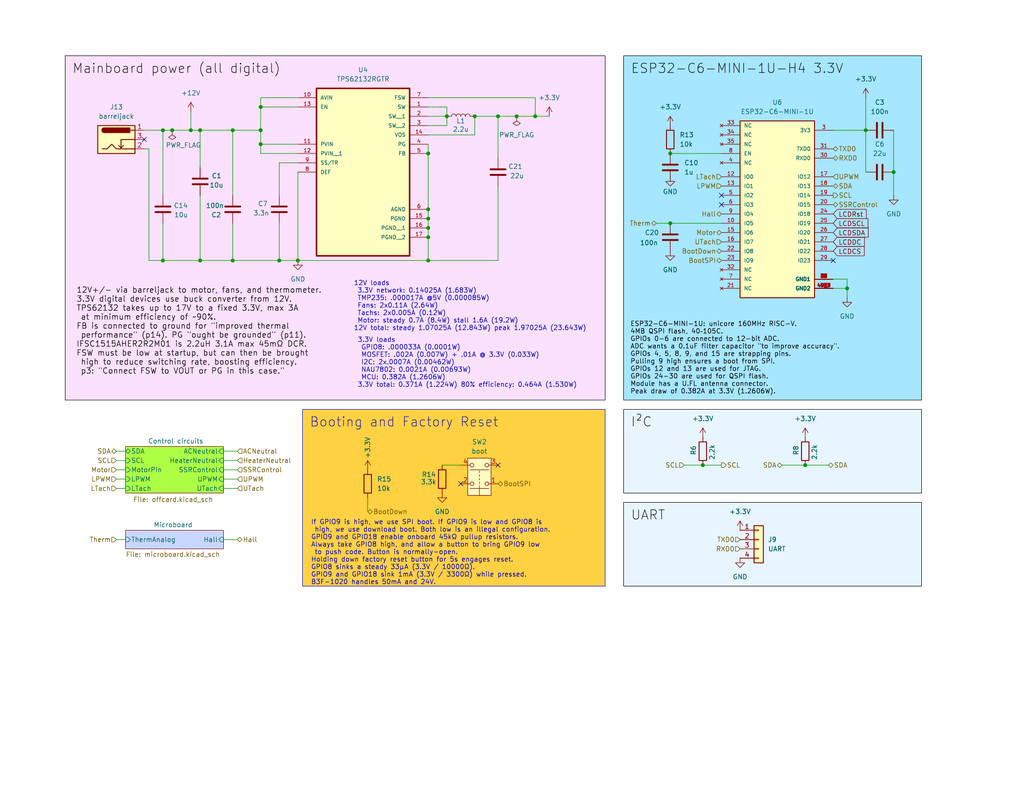
<source format=kicad_sch>
(kicad_sch (version 20250114) (generator "eeschema") (generator_version "9.0")
  (paper "USLetter")
  (title_block (title "dankdryer") (date "2025-03-26") (rev "2.1.1") (company "dirty south supercomputing") (comment 1 "nick black"))
  (lib_symbols
    (symbol "Connector:Barrel_Jack_Switch" (pin_names (hide yes))
      (property "Reference" "J" (at 0 5.334 0))
      (property "Value" "Barrel_Jack_Switch" (at 0 -5.08 0))
      (symbol "Barrel_Jack_Switch_0_1"
        (rectangle (start -5.08 3.81) (end 5.08 -3.81) (stroke (width 0.254)) (fill (type background)))
        (polyline (pts (xy -3.81 -2.54) (xy -2.54 -2.54) (xy -1.27 -1.27) (xy 0 -2.54) (xy 2.54 -2.54) (xy 5.08 -2.54)) (stroke (width 0.254)))
        (arc (start -3.302 1.905) (mid -3.9343 2.54) (end -3.302 3.175) (stroke (width 0.254)))
        (arc (start -3.302 1.905) (mid -3.9343 2.54) (end -3.302 3.175) (stroke (width 0.254)) (fill (type outline)))
        (polyline (pts (xy 1.27 -2.286) (xy 1.905 -1.651)) (stroke (width 0.254)))
        (rectangle (start 3.683 3.175) (end -3.302 1.905) (stroke (width 0.254)) (fill (type outline)))
        (polyline (pts (xy 5.08 2.54) (xy 3.81 2.54)) (stroke (width 0.254)))
        (polyline (pts (xy 5.08 0) (xy 1.27 0) (xy 1.27 -2.286) (xy 0.635 -1.651)) (stroke (width 0.254)))
      )
      (symbol "Barrel_Jack_Switch_1_1"
        (pin passive line (at 7.62 2.54 180) (length 2.54) (name "~") (number "1"))
        (pin passive line (at 7.62 0 180) (length 2.54) (name "~") (number "3"))
        (pin passive line (at 7.62 -2.54 180) (length 2.54) (name "~") (number "2"))
      )
    )
    (symbol "Connector_Generic:Conn_01x04" (pin_names (offset 1.016) (hide yes))
      (property "Reference" "J" (at 0 5.08 0))
      (property "Value" "Conn_01x04" (at 0 -7.62 0))
      (symbol "Conn_01x04_1_1"
        (rectangle (start -1.27 3.81) (end 1.27 -6.35) (stroke (width 0.254)) (fill (type background)))
        (rectangle (start -1.27 2.667) (end 0 2.413) (stroke (width 0.1524)))
        (rectangle (start -1.27 0.127) (end 0 -0.127) (stroke (width 0.1524)))
        (rectangle (start -1.27 -2.413) (end 0 -2.667) (stroke (width 0.1524)))
        (rectangle (start -1.27 -4.953) (end 0 -5.207) (stroke (width 0.1524)))
        (pin passive line (at -5.08 2.54 0) (length 3.81) (name "Pin_1") (number "1"))
        (pin passive line (at -5.08 0 0) (length 3.81) (name "Pin_2") (number "2"))
        (pin passive line (at -5.08 -2.54 0) (length 3.81) (name "Pin_3") (number "3"))
        (pin passive line (at -5.08 -5.08 0) (length 3.81) (name "Pin_4") (number "4"))
      )
    )
    (symbol "Device:C" (pin_numbers (hide yes)) (pin_names (offset 0.254))
      (property "Reference" "C" (at 0.635 2.54 0))
      (property "Value" "C" (at 0.635 -2.54 0))
      (symbol "C_0_1"
        (polyline (pts (xy -2.032 0.762) (xy 2.032 0.762)) (stroke (width 0.508)))
        (polyline (pts (xy -2.032 -0.762) (xy 2.032 -0.762)) (stroke (width 0.508)))
      )
      (symbol "C_1_1"
        (pin passive line (at 0 3.81 270) (length 2.794) (name "~") (number "1"))
        (pin passive line (at 0 -3.81 90) (length 2.794) (name "~") (number "2"))
      )
    )
    (symbol "Device:L" (pin_numbers (hide yes)) (pin_names (offset 1.016) (hide yes))
      (property "Reference" "L" (at -1.27 0 90))
      (property "Value" "L" (at 1.905 0 90))
      (symbol "L_0_1"
        (arc (start 0 2.54) (mid 0.6323 1.905) (end 0 1.27))
        (arc (start 0 1.27) (mid 0.6323 0.635) (end 0 0))
        (arc (start 0 0) (mid 0.6323 -0.635) (end 0 -1.27))
        (arc (start 0 -1.27) (mid 0.6323 -1.905) (end 0 -2.54))
      )
      (symbol "L_1_1"
        (pin passive line (at 0 3.81 270) (length 1.27) (name "1") (number "1"))
        (pin passive line (at 0 -3.81 90) (length 1.27) (name "2") (number "2"))
      )
    )
    (symbol "Device:R" (pin_numbers (hide yes)) (pin_names (offset 0))
      (property "Reference" "R" (at 2.032 0 90))
      (property "Value" "R" (at 0 0 90))
      (symbol "R_0_1"
        (rectangle (start -1.016 -2.54) (end 1.016 2.54) (stroke (width 0.254)))
      )
      (symbol "R_1_1"
        (pin passive line (at 0 3.81 270) (length 1.27) (name "~") (number "1"))
        (pin passive line (at 0 -3.81 90) (length 1.27) (name "~") (number "2"))
      )
    )
    (symbol "Switch:SW_Push_Dual" (pin_names (offset 1.016) (hide yes))
      (property "Reference" "SW" (at 0 7.62 0))
      (property "Value" "SW_Push_Dual" (at 0 -6.35 0))
      (symbol "SW_Push_Dual_0_1"
        (circle (center -2.032 2.54) (radius 0.508))
        (circle (center -2.032 -2.54) (radius 0.508))
        (polyline (pts (xy 0 3.81) (xy 0 5.588)))
        (polyline (pts (xy 0 3.048) (xy 0 3.556)))
        (polyline (pts (xy 0 2.032) (xy 0 2.54)))
        (polyline (pts (xy 0 1.016) (xy 0 1.524)))
        (polyline (pts (xy 0 0.508) (xy 0 0)))
        (polyline (pts (xy 0 -0.508) (xy 0 -1.016)))
        (circle (center 2.032 2.54) (radius 0.508))
        (circle (center 2.032 -2.54) (radius 0.508))
        (polyline (pts (xy 2.54 3.81) (xy -2.54 3.81)))
        (polyline (pts (xy 2.54 -1.27) (xy -2.54 -1.27)))
        (pin passive line (at -5.08 2.54 0) (length 2.54) (name "1") (number "1"))
        (pin passive line (at -5.08 -2.54 0) (length 2.54) (name "3") (number "3"))
        (pin passive line (at 5.08 2.54 180) (length 2.54) (name "2") (number "2"))
        (pin passive line (at 5.08 -2.54 180) (length 2.54) (name "4") (number "4"))
      )
      (symbol "SW_Push_Dual_1_1"
        (rectangle (start -3.175 5.715) (end 3.175 -4.445) (fill (type background)))
      )
    )
    (symbol "dank:ESP32-C6-MINI-1U-H4" (pin_names (offset 1.016))
      (property "Reference" "U6" (at 0 27.94 0))
      (property "Value" "ESP32-C6-MINI-1U" (at 0 25.4 0))
      (symbol "ESP32-C6-MINI-1U-H4_0_0"
        (rectangle (start -10.16 -25.4) (end 10.16 22.86) (stroke (width 0.254)) (fill (type background)))
        (pin no_connect line (at -15.24 21.59 0) (length 5.08) (name "NC") (number "33"))
        (pin no_connect line (at -15.24 19.05 0) (length 5.08) (name "NC") (number "34"))
        (pin no_connect line (at -15.24 16.51 0) (length 5.08) (name "NC") (number "35"))
        (pin input line (at -15.24 13.97 0) (length 5.08) (name "EN") (number "8"))
        (pin no_connect line (at -15.24 11.43 0) (length 5.08) (name "NC") (number "4"))
        (pin bidirectional line (at -15.24 7.62 0) (length 5.08) (name "IO0") (number "12"))
        (pin bidirectional line (at -15.24 5.08 0) (length 5.08) (name "IO1") (number "13"))
        (pin bidirectional line (at -15.24 2.54 0) (length 5.08) (name "IO2") (number "5"))
        (pin bidirectional line (at -15.24 0 0) (length 5.08) (name "IO3") (number "6"))
        (pin bidirectional line (at -15.24 -2.54 0) (length 5.08) (name "IO4") (number "9"))
        (pin bidirectional line (at -15.24 -5.08 0) (length 5.08) (name "IO5") (number "10"))
        (pin bidirectional line (at -15.24 -7.62 0) (length 5.08) (name "IO6") (number "15"))
        (pin bidirectional line (at -15.24 -10.16 0) (length 5.08) (name "IO7") (number "16"))
        (pin bidirectional line (at -15.24 -12.7 0) (length 5.08) (name "IO8") (number "22"))
        (pin bidirectional line (at -15.24 -15.24 0) (length 5.08) (name "IO9") (number "23"))
        (pin no_connect line (at -15.24 -17.78 0) (length 5.08) (name "NC") (number "32"))
        (pin no_connect line (at -15.24 -20.32 0) (length 5.08) (name "NC") (number "7"))
        (pin no_connect line (at -15.24 -22.86 0) (length 5.08) (name "NC") (number "21"))
        (pin power_in line (at 15.24 20.32 180) (length 5.08) (name "3V3") (number "3"))
        (pin bidirectional line (at 15.24 15.24 180) (length 5.08) (name "TXD0") (number "31"))
        (pin bidirectional line (at 15.24 12.7 180) (length 5.08) (name "RXD0") (number "30"))
        (pin bidirectional line (at 15.24 7.62 180) (length 5.08) (name "IO12") (number "17"))
        (pin bidirectional line (at 15.24 5.08 180) (length 5.08) (name "IO13") (number "18"))
        (pin bidirectional line (at 15.24 2.54 180) (length 5.08) (name "IO14") (number "19"))
        (pin bidirectional line (at 15.24 0 180) (length 5.08) (name "IO15") (number "20"))
        (pin bidirectional line (at 15.24 -2.54 180) (length 5.08) (name "IO18") (number "24"))
        (pin bidirectional line (at 15.24 -5.08 180) (length 5.08) (name "IO19") (number "25"))
        (pin bidirectional line (at 15.24 -7.62 180) (length 5.08) (name "IO20") (number "26"))
        (pin bidirectional line (at 15.24 -10.16 180) (length 5.08) (name "IO21") (number "27"))
        (pin bidirectional line (at 15.24 -12.7 180) (length 5.08) (name "IO22") (number "28"))
        (pin bidirectional line (at 15.24 -15.24 180) (length 5.08) (name "IO23") (number "29"))
        (pin power_in line (at 15.24 -20.32 180) (length 5.08) (name "GND1") (number "1"))
        (pin power_in line (at 15.24 -20.32 180) (length 5.08) (name "GND1") (number "11"))
        (pin power_in line (at 15.24 -20.32 180) (length 5.08) (name "GND1") (number "14"))
        (pin power_in line (at 15.24 -20.32 180) (length 5.08) (name "GND1") (number "2"))
        (pin power_in line (at 15.24 -20.32 180) (length 5.08) (name "GND1") (number "36"))
        (pin power_in line (at 15.24 -20.32 180) (length 5.08) (name "GND1") (number "37"))
        (pin power_in line (at 15.24 -20.32 180) (length 5.08) (name "GND1") (number "38"))
        (pin power_in line (at 15.24 -20.32 180) (length 5.08) (name "GND1") (number "39"))
        (pin power_in line (at 15.24 -20.32 180) (length 5.08) (name "GND1") (number "40"))
        (pin power_in line (at 15.24 -20.32 180) (length 5.08) (name "GND1") (number "41"))
        (pin power_in line (at 15.24 -20.32 180) (length 5.08) (name "GND1") (number "42"))
        (pin power_in line (at 15.24 -20.32 180) (length 5.08) (name "GND1") (number "43"))
        (pin power_in line (at 15.24 -20.32 180) (length 5.08) (name "GND1") (number "44"))
        (pin power_in line (at 15.24 -20.32 180) (length 5.08) (name "GND1") (number "45"))
        (pin power_in line (at 15.24 -20.32 180) (length 5.08) (name "GND1") (number "46"))
        (pin power_in line (at 15.24 -22.86 180) (length 5.08) (name "GND2") (number "47"))
        (pin power_in line (at 15.24 -22.86 180) (length 5.08) (name "GND2") (number "48"))
        (pin power_in line (at 15.24 -22.86 180) (length 5.08) (name "GND2") (number "49_1"))
        (pin power_in line (at 15.24 -22.86 180) (length 5.08) (name "GND2") (number "49_2"))
        (pin power_in line (at 15.24 -22.86 180) (length 5.08) (name "GND2") (number "49_3"))
        (pin power_in line (at 15.24 -22.86 180) (length 5.08) (name "GND2") (number "49_4"))
        (pin power_in line (at 15.24 -22.86 180) (length 5.08) (name "GND2") (number "49_5"))
        (pin power_in line (at 15.24 -22.86 180) (length 5.08) (name "GND2") (number "49_6"))
        (pin power_in line (at 15.24 -22.86 180) (length 5.08) (name "GND2") (number "49_7"))
        (pin power_in line (at 15.24 -22.86 180) (length 5.08) (name "GND2") (number "49_8"))
        (pin power_in line (at 15.24 -22.86 180) (length 5.08) (name "GND2") (number "49_9"))
        (pin power_in line (at 15.24 -22.86 180) (length 5.08) (name "GND2") (number "50"))
        (pin power_in line (at 15.24 -22.86 180) (length 5.08) (name "GND2") (number "51"))
        (pin power_in line (at 15.24 -22.86 180) (length 5.08) (name "GND2") (number "52"))
        (pin power_in line (at 15.24 -22.86 180) (length 5.08) (name "GND2") (number "53"))
      )
    )
    (symbol "dank:TPS62132RGTR" (pin_names (offset 1.016))
      (property "Reference" "U4" (at 0 22.86 0))
      (property "Value" "TPS62132RGTR" (at 0 20.32 0))
      (symbol "TPS62132RGTR_0_0"
        (rectangle (start -12.7 17.78) (end 12.7 -27.94) (stroke (width 0.41)) (fill (type background)))
        (pin input line (at -17.78 15.24 0) (length 5.08) (name "AVIN") (number "10"))
        (pin input line (at -17.78 12.7 0) (length 5.08) (name "EN") (number "13"))
        (pin input line (at -17.78 2.54 0) (length 5.08) (name "PVIN") (number "11"))
        (pin input line (at -17.78 0 0) (length 5.08) (name "PVIN__1") (number "12"))
        (pin input line (at -17.78 -2.54 0) (length 5.08) (name "SS/TR") (number "9"))
        (pin input line (at -17.78 -5.08 0) (length 5.08) (name "DEF") (number "8"))
        (pin input line (at 17.78 15.24 180) (length 5.08) (name "FSW") (number "7"))
        (pin output line (at 17.78 12.7 180) (length 5.08) (name "SW") (number "1"))
        (pin passive line (at 17.78 10.16 180) (length 5.08) (name "SW__1") (number "2"))
        (pin passive line (at 17.78 7.62 180) (length 5.08) (name "SW__2") (number "3"))
        (pin input line (at 17.78 5.08 180) (length 5.08) (name "VOS") (number "14"))
        (pin passive line (at 17.78 2.54 180) (length 5.08) (name "PG") (number "4"))
        (pin input line (at 17.78 0 180) (length 5.08) (name "FB") (number "5"))
        (pin power_in line (at 17.78 -15.24 180) (length 5.08) (name "AGND") (number "6"))
        (pin power_in line (at 17.78 -17.78 180) (length 5.08) (name "PGND") (number "15"))
        (pin power_in line (at 17.78 -20.32 180) (length 5.08) (name "PGND__1") (number "16"))
        (pin power_in line (at 17.78 -22.86 180) (length 5.08) (name "PGND__2") (number "17"))
      )
    )
    (symbol "power:+12V" (power) (pin_numbers (hide yes)) (pin_names (offset 0) (hide yes))
      (property "Value" "+12V" (at 0 3.556 0))
      (symbol "+12V_0_1"
        (polyline (pts (xy -0.762 1.27) (xy 0 2.54)))
        (polyline (pts (xy 0 2.54) (xy 0.762 1.27)))
        (polyline (pts (xy 0 0) (xy 0 2.54)))
      )
      (symbol "+12V_1_1"
        (pin power_in line (at 0 0 90) (length 0) (name "~") (number "1"))
      )
    )
    (symbol "power:+3.3V" (power) (pin_numbers (hide yes)) (pin_names (offset 0) (hide yes))
      (property "Value" "+3.3V" (at 0 3.556 0))
      (symbol "+3.3V_0_1"
        (polyline (pts (xy -0.762 1.27) (xy 0 2.54)))
        (polyline (pts (xy 0 2.54) (xy 0.762 1.27)))
        (polyline (pts (xy 0 0) (xy 0 2.54)))
      )
      (symbol "+3.3V_1_1"
        (pin power_in line (at 0 0 90) (length 0) (name "~") (number "1"))
      )
    )
    (symbol "power:GND" (power) (pin_numbers (hide yes)) (pin_names (offset 0) (hide yes))
      (property "Value" "GND" (at 0 -3.81 0))
      (symbol "GND_0_1"
        (polyline (pts (xy 0 0) (xy 0 -1.27) (xy 1.27 -1.27) (xy 0 -2.54) (xy -1.27 -1.27) (xy 0 -1.27)))
      )
      (symbol "GND_1_1"
        (pin power_in line (at 0 0 270) (length 0) (name "~") (number "1"))
      )
    )
    (symbol "power:PWR_FLAG" (power) (pin_numbers (hide yes)) (pin_names (offset 0) (hide yes))
      (property "Value" "PWR_FLAG" (at 0 3.81 0))
      (symbol "PWR_FLAG_0_0"
        (pin power_out line (at 0 0 90) (length 0) (name "~") (number "1"))
      )
      (symbol "PWR_FLAG_0_1"
        (polyline (pts (xy 0 0) (xy 0 1.27) (xy -1.016 1.905) (xy 0 2.54) (xy 1.016 1.905) (xy 0 1.27)))
      )
    )
  )
  (text "3.3V loads\n GPIO8: .000033A (0.0001W)\n MOSFET: .002A (0.007W) + .01A @ 3.3V (0.033W)\n I2C: 2x.0007A (0.00462W)\n NAU7802: 0.0021A (0.00693W)\n MCU: 0.382A (1.2606W)\n3.3V total: 0.371A (1.224W) 80% efficiency: 0.464A (1.530W)" (at 97.536 99.06 0) (effects (font (size 1.27 1.27)) (justify left)))
  (text "If GPIO9 is high, we use SPI boot. If GPIO9 is low and GPIO8 is\n high, we use download boot. Both low is an illegal configuration.\nGPIO9 and GPIO18 enable onboard 45kΩ pullup resistors.\nAlways take GPIO8 high, and allow a button to bring GPIO9 low\n to push code. Button is normally-open.\nHolding down factory reset button for 5s engages reset.\nGPIO8 sinks a steady 33μA (3.3V / 10000Ω).\nGPIO9 and GPIO18 sink 1mA (3.3V / 3300Ω) while pressed.\nB3F-1020 handles 50mA and 24V." (at 84.836 150.876 0) (effects (font (size 1.27 1.27)) (justify left)))
  (text "ESP32-C6-MINI-1U: unicore 160MHz RISC-V.\n4MB QSPI flash, 40–105C.\nGPIOs 0-6 are connected to 12-bit ADC.\nADC wants a 0.1uF filter capacitor \"to improve accuracy\".\nGPIOs 4, 5, 8, 9, and 15 are strapping pins.\nPulling 9 high ensures a boot from SPI.\nGPIOs 12 and 13 are used for JTAG.\nGPIOs 24-30 are used for QSPI flash.\nModule has a U.FL antenna connector.\nPeak draw of 0.382A at 3.3V (1.2606W)." (at 171.958 97.79 0) (effects (font (size 1.27 1.27)) (justify left)))
  (text "12V loads\n 3.3V network: 0.14025A (1.683W)\n TMP235: .000017A @5V (0.000085W)\n Fans: 2x0.11A (2.64W)\n Tachs: 2x0.005A (0.12W)\n Motor: steady 0.7A (8.4W) stall 1.6A (19.2W)\n12V total: steady 1.07025A (12.843W) peak 1.97025A (23.643W)" (at 96.52 83.566 0) (effects (font (size 1.27 1.27)) (justify left)))
  (text "12V+/- via barreljack to motor, fans, and thermometer.\n3.3V digital devices use buck converter from 12V.\nTPS62132 takes up to 17V to a fixed 3.3V, max 3A\n at minimum efficiency of ~90%.\nFB is connected to ground for \"improved thermal\n performance\" (p14). PG \"ought be grounded\" (p11).\nIFSC1515AHER2R2M01 is 2.2uH 3.1A max 45mΩ DCR.\nFSW must be low at startup, but can then be brought\n high to reduce switching rate, boosting efficiency.\n p3: \"Connect FSW to VOUT or PG in this case.\"" (at 20.828 90.424 0) (effects (font (size 1.524 1.524)) (justify left)))
  (text_box "UART" (at 170.18 137.16 0) (size 81.28 22.86) (margins 1.905 1.905 1.905 1.905) (stroke (width 0) (color 0 0 0 1)) (fill (type color) (color 231 245 255 1)) (effects (font (size 2.54 2.54)) (justify left top)))
  (text_box "ESP32-C6-MINI-1U-H4 3.3V" (at 170.18 15.24 0) (size 81.28 93.98) (margins 1.905 1.905 1.905 1.905) (stroke (width 0) (color 0 0 0 1)) (fill (type color) (color 167 230 255 1)) (effects (font (size 2.54 2.54)) (justify left top)))
  (text_box "I²C" (at 170.18 111.76 0) (size 81.28 22.86) (margins 1.905 1.905 1.905 1.905) (stroke (width 0) (color 0 0 0 1)) (fill (type color) (color 231 245 255 1)) (effects (font (size 2.54 2.54)) (justify left top)))
  (text_box "Booting and Factory Reset" (at 82.55 111.76 0) (size 82.55 48.26) (margins 1.905 1.905 1.905 1.905) (fill (type color) (color 255 209 67 1)) (effects (font (size 2.54 2.54)) (justify left top)))
  (text_box "Mainboard power (all digital)" (at 17.78 15.24 0) (size 147.32 93.98) (margins 1.905 1.905 1.905 1.905) (stroke (width 0) (color 0 0 0 1)) (fill (type color) (color 252 225 255 1)) (effects (font (size 2.54 2.54)) (justify left top)))
  (junction (at 52.07 35.56))
  (junction (at 44.45 71.12))
  (junction (at 116.84 64.77))
  (junction (at 231.14 78.74))
  (junction (at 54.61 71.12))
  (junction (at 140.97 31.75))
  (junction (at 129.54 31.75))
  (junction (at 44.45 35.56))
  (junction (at 71.12 35.56))
  (junction (at 182.88 60.96))
  (junction (at 81.28 71.12))
  (junction (at 71.12 29.21))
  (junction (at 135.89 31.75))
  (junction (at 116.84 57.15))
  (junction (at 116.84 59.69))
  (junction (at 236.22 35.56))
  (junction (at 243.84 46.99))
  (junction (at 63.5 35.56))
  (junction (at 146.05 31.75))
  (junction (at 191.77 127))
  (junction (at 121.92 31.75))
  (junction (at 76.2 71.12))
  (junction (at 116.84 62.23))
  (junction (at 71.12 39.37))
  (junction (at 116.84 41.91))
  (junction (at 63.5 71.12))
  (junction (at 116.84 71.12))
  (junction (at 54.61 35.56))
  (junction (at 182.88 41.91))
  (junction (at 219.71 127))
  (junction (at 46.99 35.56))
  (no_connect (at 196.85 55.88))
  (no_connect (at 135.89 127))
  (no_connect (at 227.33 71.12))
  (no_connect (at 39.37 38.1))
  (no_connect (at 196.85 53.34))
  (no_connect (at 125.73 132.08))
  (wire (pts (xy 81.28 71.12) (xy 116.84 71.12)))
  (wire (pts (xy 31.75 128.27) (xy 34.29 128.27)))
  (wire (pts (xy 76.2 60.96) (xy 76.2 71.12)))
  (wire (pts (xy 236.22 35.56) (xy 236.22 46.99)))
  (wire (pts (xy 54.61 71.12) (xy 63.5 71.12)))
  (wire (pts (xy 146.05 26.67) (xy 146.05 31.75)))
  (wire (pts (xy 44.45 60.96) (xy 44.45 71.12)))
  (wire (pts (xy 116.84 34.29) (xy 121.92 34.29)))
  (wire (pts (xy 54.61 53.34) (xy 54.61 71.12)))
  (wire (pts (xy 116.84 29.21) (xy 121.92 29.21)))
  (wire (pts (xy 100.33 135.89) (xy 100.33 139.7)))
  (wire (pts (xy 40.64 40.64) (xy 39.37 40.64)))
  (wire (pts (xy 44.45 71.12) (xy 54.61 71.12)))
  (wire (pts (xy 52.07 35.56) (xy 54.61 35.56)))
  (wire (pts (xy 219.71 127) (xy 226.06 127)))
  (wire (pts (xy 71.12 35.56) (xy 71.12 39.37)))
  (wire (pts (xy 243.84 35.56) (xy 243.84 46.99)))
  (wire (pts (xy 52.07 30.48) (xy 52.07 35.56)))
  (wire (pts (xy 182.88 60.96) (xy 196.85 60.96)))
  (wire (pts (xy 129.54 36.83) (xy 129.54 31.75)))
  (wire (pts (xy 191.77 127) (xy 196.85 127)))
  (wire (pts (xy 60.96 125.73) (xy 64.77 125.73)))
  (wire (pts (xy 81.28 26.67) (xy 71.12 26.67)))
  (wire (pts (xy 71.12 39.37) (xy 71.12 41.91)))
  (wire (pts (xy 76.2 44.45) (xy 81.28 44.45)))
  (wire (pts (xy 116.84 41.91) (xy 116.84 57.15)))
  (wire (pts (xy 54.61 35.56) (xy 54.61 45.72)))
  (wire (pts (xy 44.45 53.34) (xy 44.45 35.56)))
  (wire (pts (xy 135.89 31.75) (xy 135.89 43.18)))
  (wire (pts (xy 40.64 40.64) (xy 40.64 71.12)))
  (wire (pts (xy 140.97 31.75) (xy 146.05 31.75)))
  (wire (pts (xy 182.88 41.91) (xy 196.85 41.91)))
  (wire (pts (xy 81.28 41.91) (xy 71.12 41.91)))
  (wire (pts (xy 63.5 60.96) (xy 63.5 71.12)))
  (wire (pts (xy 71.12 26.67) (xy 71.12 29.21)))
  (wire (pts (xy 231.14 76.2) (xy 231.14 78.74)))
  (wire (pts (xy 39.37 35.56) (xy 44.45 35.56)))
  (wire (pts (xy 63.5 71.12) (xy 76.2 71.12)))
  (wire (pts (xy 186.69 127) (xy 191.77 127)))
  (wire (pts (xy 116.84 36.83) (xy 129.54 36.83)))
  (wire (pts (xy 71.12 29.21) (xy 81.28 29.21)))
  (wire (pts (xy 81.28 46.99) (xy 81.28 71.12)))
  (wire (pts (xy 135.89 31.75) (xy 140.97 31.75)))
  (wire (pts (xy 31.75 125.73) (xy 34.29 125.73)))
  (wire (pts (xy 135.89 50.8) (xy 135.89 71.12)))
  (wire (pts (xy 146.05 31.75) (xy 149.86 31.75)))
  (wire (pts (xy 81.28 39.37) (xy 71.12 39.37)))
  (wire (pts (xy 116.84 39.37) (xy 116.84 41.91)))
  (wire (pts (xy 31.75 147.32) (xy 34.29 147.32)))
  (wire (pts (xy 54.61 35.56) (xy 63.5 35.56)))
  (wire (pts (xy 179.07 60.96) (xy 182.88 60.96)))
  (wire (pts (xy 227.33 78.74) (xy 231.14 78.74)))
  (wire (pts (xy 116.84 62.23) (xy 116.84 64.77)))
  (wire (pts (xy 227.33 35.56) (xy 236.22 35.56)))
  (wire (pts (xy 31.75 130.81) (xy 34.29 130.81)))
  (wire (pts (xy 44.45 35.56) (xy 46.99 35.56)))
  (wire (pts (xy 116.84 26.67) (xy 146.05 26.67)))
  (wire (pts (xy 31.75 123.19) (xy 34.29 123.19)))
  (wire (pts (xy 231.14 78.74) (xy 231.14 81.28)))
  (wire (pts (xy 116.84 57.15) (xy 116.84 59.69)))
  (wire (pts (xy 34.29 133.35) (xy 31.75 133.35)))
  (wire (pts (xy 116.84 71.12) (xy 116.84 64.77)))
  (wire (pts (xy 60.96 123.19) (xy 64.77 123.19)))
  (wire (pts (xy 121.92 29.21) (xy 121.92 31.75)))
  (wire (pts (xy 60.96 133.35) (xy 64.77 133.35)))
  (wire (pts (xy 76.2 53.34) (xy 76.2 44.45)))
  (wire (pts (xy 116.84 31.75) (xy 121.92 31.75)))
  (wire (pts (xy 236.22 26.67) (xy 236.22 35.56)))
  (wire (pts (xy 60.96 147.32) (xy 64.77 147.32)))
  (wire (pts (xy 227.33 76.2) (xy 231.14 76.2)))
  (wire (pts (xy 129.54 31.75) (xy 135.89 31.75)))
  (wire (pts (xy 64.77 128.27) (xy 60.96 128.27)))
  (wire (pts (xy 120.65 127) (xy 125.73 127)))
  (wire (pts (xy 213.36 127) (xy 219.71 127)))
  (wire (pts (xy 243.84 46.99) (xy 243.84 53.34)))
  (wire (pts (xy 76.2 71.12) (xy 81.28 71.12)))
  (wire (pts (xy 63.5 35.56) (xy 71.12 35.56)))
  (wire (pts (xy 40.64 71.12) (xy 44.45 71.12)))
  (wire (pts (xy 71.12 29.21) (xy 71.12 35.56)))
  (wire (pts (xy 182.88 48.26) (xy 182.88 49.53)))
  (wire (pts (xy 121.92 34.29) (xy 121.92 31.75)))
  (wire (pts (xy 135.89 71.12) (xy 116.84 71.12)))
  (wire (pts (xy 46.99 35.56) (xy 52.07 35.56)))
  (wire (pts (xy 116.84 59.69) (xy 116.84 62.23)))
  (wire (pts (xy 60.96 130.81) (xy 64.77 130.81)))
  (wire (pts (xy 63.5 35.56) (xy 63.5 53.34)))
  (global_label "LCDDC" (shape input) (at 227.33 66.04 0) (property "Intersheetrefs" "${INTERSHEET_REFS}" (effects (hide yes))))
  (global_label "LCDSCL" (shape input) (at 227.33 60.96 0) (property "Intersheetrefs" "${INTERSHEET_REFS}" (effects (hide yes))))
  (global_label "LCDSDA" (shape input) (at 227.33 63.5 0) (property "Intersheetrefs" "${INTERSHEET_REFS}" (effects (hide yes))))
  (global_label "LCDRst" (shape input) (at 227.33 58.42 0) (property "Intersheetrefs" "${INTERSHEET_REFS}" (effects (hide yes))))
  (global_label "LCDCS" (shape input) (at 227.33 68.58 0) (property "Intersheetrefs" "${INTERSHEET_REFS}" (effects (hide yes))))
  (hierarchical_label "ACNeutral" (shape input) (at 64.77 123.19 0))
  (hierarchical_label "SDA" (shape bidirectional) (at 31.75 123.19 180))
  (hierarchical_label "SDA" (shape bidirectional) (at 226.06 127 0))
  (hierarchical_label "BootDown" (shape bidirectional) (at 196.85 68.58 180))
  (hierarchical_label "BootSPI" (shape bidirectional) (at 196.85 71.12 180))
  (hierarchical_label "LTach" (shape input) (at 196.85 48.26 180))
  (hierarchical_label "Hall" (shape bidirectional) (at 64.77 147.32 0))
  (hierarchical_label "Motor" (shape bidirectional) (at 196.85 63.5 180))
  (hierarchical_label "BootSPI" (shape bidirectional) (at 135.89 132.08 0))
  (hierarchical_label "HeaterNeutral" (shape input) (at 64.77 125.73 0))
  (hierarchical_label "UTach" (shape input) (at 196.85 66.04 180))
  (hierarchical_label "BootDown" (shape bidirectional) (at 100.33 139.7 0))
  (hierarchical_label "UPWM" (shape input) (at 227.33 48.26 0))
  (hierarchical_label "LTach" (shape input) (at 31.75 133.35 180))
  (hierarchical_label "SCL" (shape input) (at 31.75 125.73 180))
  (hierarchical_label "LPWM" (shape input) (at 31.75 130.81 180))
  (hierarchical_label "LPWM" (shape input) (at 196.85 50.8 180))
  (hierarchical_label "TXD0" (shape input) (at 201.93 147.32 180))
  (hierarchical_label "UTach" (shape input) (at 64.77 133.35 0))
  (hierarchical_label "RXD0" (shape input) (at 201.93 149.86 180))
  (hierarchical_label "Therm" (shape bidirectional) (at 179.07 60.96 180))
  (hierarchical_label "SCL" (shape output) (at 196.85 127 0))
  (hierarchical_label "RXD0" (shape bidirectional) (at 227.33 43.18 0))
  (hierarchical_label "TXD0" (shape bidirectional) (at 227.33 40.64 0))
  (hierarchical_label "SSRControl" (shape input) (at 64.77 128.27 0))
  (hierarchical_label "SCL" (shape output) (at 227.33 53.34 0))
  (hierarchical_label "Hall" (shape bidirectional) (at 196.85 58.42 180))
  (hierarchical_label "SCL" (shape input) (at 186.69 127 180))
  (hierarchical_label "Motor" (shape input) (at 31.75 128.27 180))
  (hierarchical_label "SDA" (shape bidirectional) (at 213.36 127 180))
  (hierarchical_label "SSRControl" (shape bidirectional) (at 227.33 55.88 0))
  (hierarchical_label "UPWM" (shape input) (at 64.77 130.81 0))
  (hierarchical_label "SDA" (shape bidirectional) (at 227.33 50.8 0))
  (hierarchical_label "Therm" (shape input) (at 31.75 147.32 180) (effects (font (thickness 0.1588))))
  (symbol (lib_id "power:GND") (at 120.65 134.62 0) (unit 1)
    (property "Reference" "#PWR041" (effects (hide yes)))
    (property "Value" "GND" (at 120.65 139.7 0))
    (property "Description" "Power symbol creates a global label with name \"GND\" , ground" (effects (hide yes)))
  )
  (symbol (lib_id "Device:R") (at 182.88 38.1 0) (unit 1)
    (property "Reference" "R13" (at 185.42 36.8299 0) (effects (justify left)))
    (property "Value" "10k" (at 185.42 39.3699 0) (effects (justify left)))
    (property "Footprint" "Resistor_SMD:R_1206_3216Metric_Pad1.30x1.75mm_HandSolder" (effects (hide yes)))
    (property "Description" "Resistor" (effects (hide yes)))
  )
  (symbol (lib_id "Device:R") (at 100.33 132.08 0) (unit 1)
    (property "Reference" "R15" (at 102.87 130.8099 0) (effects (justify left)))
    (property "Value" "10k" (at 102.87 133.3499 0) (effects (justify left)))
    (property "Footprint" "Resistor_SMD:R_1206_3216Metric_Pad1.30x1.75mm_HandSolder" (effects (hide yes)))
    (property "Description" "Resistor" (effects (hide yes)))
  )
  (symbol (lib_id "Device:C") (at 182.88 64.77 0) (mirror y) (unit 1)
    (property "Reference" "C20" (at 179.832 63.5 0) (effects (justify left)))
    (property "Value" "100n" (at 179.578 66.294 0) (effects (justify left)))
    (property "Footprint" "Capacitor_SMD:C_1206_3216Metric_Pad1.33x1.80mm_HandSolder" (effects (hide yes)))
    (property "Description" "Unpolarized capacitor" (effects (hide yes)))
  )
  (symbol (lib_id "power:GND") (at 201.93 152.4 0) (unit 1)
    (property "Reference" "#PWR048" (effects (hide yes)))
    (property "Value" "GND" (at 201.93 157.48 0))
    (property "Description" "Power symbol creates a global label with name \"GND\" , ground" (effects (hide yes)))
  )
  (symbol (lib_id "power:+12V") (at 52.07 30.48 0) (unit 1)
    (property "Reference" "#PWR09" (effects (hide yes)))
    (property "Value" "+12V" (at 52.07 25.4 0))
    (property "Description" "Power symbol creates a global label with name \"+12V\"" (effects (hide yes)))
  )
  (symbol (lib_id "Device:C") (at 54.61 49.53 0) (mirror y) (unit 1)
    (property "Reference" "C1" (at 60.452 48.006 0) (effects (justify left)))
    (property "Value" "10u" (at 60.96 50.546 0) (effects (justify left)))
    (property "Footprint" "Capacitor_SMD:C_1206_3216Metric_Pad1.33x1.80mm_HandSolder" (effects (hide yes)))
    (property "Description" "Unpolarized capacitor" (effects (hide yes)))
  )
  (symbol (lib_id "Device:C") (at 76.2 57.15 0) (unit 1)
    (property "Reference" "C7" (at 70.358 55.626 0) (effects (justify left)))
    (property "Value" "3.3n" (at 69.088 58.166 0) (effects (justify left)))
    (property "Footprint" "Capacitor_SMD:C_1206_3216Metric_Pad1.33x1.80mm_HandSolder" (effects (hide yes)))
    (property "Description" "Unpolarized capacitor" (effects (hide yes)))
  )
  (symbol (lib_id "Device:C") (at 182.88 45.72 0) (unit 1)
    (property "Reference" "C10" (at 186.69 44.4499 0) (effects (justify left)))
    (property "Value" "1u" (at 186.69 46.9899 0) (effects (justify left)))
    (property "Footprint" "Capacitor_SMD:C_0805_2012Metric_Pad1.18x1.45mm_HandSolder" (effects (hide yes)))
    (property "Description" "Unpolarized capacitor" (effects (hide yes)))
  )
  (symbol (lib_id "Device:R") (at 219.71 123.19 0) (unit 1)
    (property "Reference" "R8" (at 217.17 122.936 90))
    (property "Value" "2.2k" (at 222.25 123.444 90))
    (property "Footprint" "Resistor_SMD:R_1206_3216Metric_Pad1.30x1.75mm_HandSolder" (effects (hide yes)))
    (property "Description" "Resistor" (effects (hide yes)))
  )
  (symbol (lib_id "power:GND") (at 243.84 53.34 0) (unit 1)
    (property "Reference" "#PWR013" (effects (hide yes)))
    (property "Value" "GND" (at 243.84 58.42 0))
    (property "Description" "Power symbol creates a global label with name \"GND\" , ground" (effects (hide yes)))
  )
  (symbol (lib_id "dank:TPS62132RGTR") (at 99.06 41.91 0) (unit 1)
    (property "Reference" "U4" (at 99.06 19.05 0))
    (property "Value" "TPS62132RGTR" (at 99.06 21.59 0))
    (property "Footprint" "Package_DFN_QFN:VQFN-16-1EP_3x3mm_P0.5mm_EP1.68x1.68mm_ThermalVias" (effects (hide yes)))
    (property "Manufacturer" "Texas Instruments" (effects (hide yes)))
    (property "Package" "QFN50P300X300X100-17N" (effects (hide yes)))
  )
  (symbol (lib_id "Device:C") (at 63.5 57.15 0) (mirror x) (unit 1)
    (property "Reference" "C2" (at 57.658 58.674 0) (effects (justify left)))
    (property "Value" "100n" (at 56.134 56.134 0) (effects (justify left)))
    (property "Footprint" "Capacitor_SMD:C_1206_3216Metric_Pad1.33x1.80mm_HandSolder" (effects (hide yes)))
    (property "Description" "Unpolarized capacitor" (effects (hide yes)))
  )
  (symbol (lib_id "power:+3.3V") (at 191.77 119.38 0) (unit 1)
    (property "Reference" "#PWR046" (effects (hide yes)))
    (property "Value" "+3.3V" (at 191.77 114.3 0))
    (property "Description" "Power symbol creates a global label with name \"+3.3V\"" (effects (hide yes)))
  )
  (symbol (lib_id "power:PWR_FLAG") (at 140.97 31.75 180) (unit 1)
    (property "Reference" "#FLG02" (effects (hide yes)))
    (property "Value" "PWR_FLAG" (at 140.97 36.83 0))
    (property "Description" "Special symbol for telling ERC where power comes from" (effects (hide yes)))
  )
  (symbol (lib_id "Device:L") (at 125.73 31.75 90) (unit 1)
    (property "Reference" "L1" (at 125.73 33.02 90))
    (property "Value" "2.2u" (at 125.73 35.306 90))
    (property "Footprint" "Inductor_SMD:L_Sunlord_SWPA4030S" (effects (hide yes)))
    (property "Datasheet" "https://wmsc.lcsc.com/wmsc/upload/file/pdf/v2/lcsc/2310251550_Sunlord-ASWPA4035S2R2MT_C340207.pdf" (effects (hide yes)))
    (property "Description" "SWPA4030S1R0MT" (effects (hide yes)))
  )
  (symbol (lib_id "power:+3.3V") (at 182.88 34.29 0) (unit 1)
    (property "Reference" "#PWR043" (effects (hide yes)))
    (property "Value" "+3.3V" (at 182.88 29.21 0))
    (property "Description" "Power symbol creates a global label with name \"+3.3V\"" (effects (hide yes)))
  )
  (symbol (lib_id "Device:C") (at 240.03 46.99 270) (unit 1)
    (property "Reference" "C6" (at 240.03 39.37 90))
    (property "Value" "22u" (at 240.03 41.91 90))
    (property "Footprint" "Capacitor_SMD:C_0805_2012Metric_Pad1.18x1.45mm_HandSolder" (effects (hide yes)))
    (property "Datasheet" "CL31A226KAHNNNE" (effects (hide yes)))
    (property "Description" "CAP CER 22UF 25V X5R 1206" (effects (hide yes)))
  )
  (symbol (lib_id "Connector:Barrel_Jack_Switch") (at 31.75 38.1 0) (unit 1)
    (property "Reference" "J13" (at 31.75 29.21 0))
    (property "Value" "barreljack" (at 31.75 31.75 0))
    (property "Footprint" "dank:BarrelJack_Wuerth_6941xx301002" (effects (hide yes)))
    (property "Description" "DC Barrel Jack with an internal switch" (effects (hide yes)))
  )
  (symbol (lib_id "Device:C") (at 44.45 57.15 0) (mirror y) (unit 1)
    (property "Reference" "C14" (at 51.308 56.134 0) (effects (justify left)))
    (property "Value" "10u" (at 51.308 58.674 0) (effects (justify left)))
    (property "Footprint" "Capacitor_SMD:C_1206_3216Metric_Pad1.33x1.80mm_HandSolder" (effects (hide yes)))
    (property "Description" "Unpolarized capacitor" (effects (hide yes)))
  )
  (symbol (lib_id "Device:R") (at 120.65 130.81 0) (unit 1)
    (property "Reference" "R14" (at 115.062 129.54 0) (effects (justify left)))
    (property "Value" "3.3k" (at 114.808 131.572 0) (effects (justify left)))
    (property "Footprint" "Resistor_SMD:R_1206_3216Metric_Pad1.30x1.75mm_HandSolder" (effects (hide yes)))
    (property "Description" "Resistor" (effects (hide yes)))
  )
  (symbol (lib_id "power:+3.3V") (at 100.33 128.27 0) (unit 1)
    (property "Reference" "#PWR038" (effects (hide yes)))
    (property "Value" "+3.3V" (at 100.33 122.174 90))
    (property "Description" "Power symbol creates a global label with name \"+3.3V\"" (effects (hide yes)))
  )
  (symbol (lib_id "power:PWR_FLAG") (at 46.99 35.56 180) (unit 1)
    (property "Reference" "#FLG01" (effects (hide yes)))
    (property "Value" "PWR_FLAG" (at 45.212 39.624 0) (effects (justify right)))
    (property "Description" "Special symbol for telling ERC where power comes from" (effects (hide yes)))
  )
  (symbol (lib_id "power:+3.3V") (at 201.93 144.78 0) (unit 1)
    (property "Reference" "#PWR047" (effects (hide yes)))
    (property "Value" "+3.3V" (at 201.93 139.7 0))
    (property "Description" "Power symbol creates a global label with name \"+3.3V\"" (effects (hide yes)))
  )
  (symbol (lib_id "power:+12V") (at 149.86 31.75 0) (unit 1)
    (property "Reference" "#PWR023" (effects (hide yes)))
    (property "Value" "+3.3V" (at 149.86 26.67 0))
    (property "Description" "Power symbol creates a global label with name \"+12V\"" (effects (hide yes)))
  )
  (symbol (lib_id "power:GND") (at 81.28 71.12 0) (unit 1)
    (property "Reference" "#PWR08" (effects (hide yes)))
    (property "Value" "GND" (at 81.28 76.2 0))
    (property "Description" "Power symbol creates a global label with name \"GND\" , ground" (effects (hide yes)))
  )
  (symbol (lib_id "power:GND") (at 231.14 81.28 0) (unit 1)
    (property "Reference" "#PWR01" (effects (hide yes)))
    (property "Value" "GND" (at 231.14 86.36 0))
    (property "Description" "Power symbol creates a global label with name \"GND\" , ground" (effects (hide yes)))
  )
  (symbol (lib_id "Connector_Generic:Conn_01x04") (at 207.01 147.32 0) (unit 1)
    (property "Reference" "J9" (at 209.55 147.3199 0) (effects (justify left)))
    (property "Value" "UART" (at 209.55 149.8599 0) (effects (justify left)))
    (property "Footprint" "Connector_PinHeader_2.54mm:PinHeader_1x04_P2.54mm_Vertical" (effects (hide yes)))
    (property "Description" "Generic connector, single row, 01x04, script generated (kicad-library-utils/schlib/autogen/connector/)" (effects (hide yes)))
  )
  (symbol (lib_id "power:+3.3V") (at 236.22 26.67 0) (unit 1)
    (property "Reference" "#PWR02" (effects (hide yes)))
    (property "Value" "+3.3V" (at 236.22 21.59 0))
    (property "Description" "Power symbol creates a global label with name \"+3.3V\"" (effects (hide yes)))
  )
  (symbol (lib_id "power:GND") (at 182.88 68.58 0) (unit 1)
    (property "Reference" "#PWR06" (effects (hide yes)))
    (property "Value" "GND" (at 182.88 73.66 0))
    (property "Description" "Power symbol creates a global label with name \"GND\" , ground" (effects (hide yes)))
  )
  (symbol (lib_id "Device:C") (at 135.89 46.99 0) (unit 1)
    (property "Reference" "C21" (at 138.684 45.466 0) (effects (justify left)))
    (property "Value" "22u" (at 139.192 48.006 0) (effects (justify left)))
    (property "Footprint" "Capacitor_SMD:C_0805_2012Metric_Pad1.18x1.45mm_HandSolder" (effects (hide yes)))
    (property "Datasheet" "CL31A226KAHNNNE" (effects (hide yes)))
    (property "Description" "CAP CER 22UF 25V X5R 1206" (effects (hide yes)))
  )
  (symbol (lib_id "power:+3.3V") (at 219.71 119.38 0) (unit 1)
    (property "Reference" "#PWR045" (effects (hide yes)))
    (property "Value" "+3.3V" (at 219.71 114.3 0))
    (property "Description" "Power symbol creates a global label with name \"+3.3V\"" (effects (hide yes)))
  )
  (symbol (lib_id "Device:R") (at 191.77 123.19 0) (unit 1)
    (property "Reference" "R6" (at 189.23 122.936 90))
    (property "Value" "2.2k" (at 194.31 123.444 90))
    (property "Footprint" "Resistor_SMD:R_1206_3216Metric_Pad1.30x1.75mm_HandSolder" (effects (hide yes)))
    (property "Description" "Resistor" (effects (hide yes)))
  )
  (symbol (lib_id "power:GND") (at 182.88 48.26 0) (unit 1)
    (property "Reference" "#PWR042" (effects (hide yes)))
    (property "Value" "GND" (at 184.912 52.324 0) (effects (justify right)))
    (property "Description" "Power symbol creates a global label with name \"GND\" , ground" (effects (hide yes)))
  )
  (symbol (lib_id "dank:ESP32-C6-MINI-1U-H4") (at 212.09 55.88 0) (unit 1)
    (property "Reference" "U6" (at 212.09 27.94 0))
    (property "Value" "ESP32-C6-MINI-1U" (at 212.09 30.48 0))
    (property "Footprint" "dank:ESP32-C6-MINI-1U-H4" (effects (hide yes)))
    (property "Description" "ESP32-C6 module with external antenna" (effects (hide yes)))
    (property "MF" "Espressif Systems" (effects (hide yes)))
    (property "MAXIMUM_PACKAGE_HEIGHT" "2.55 mm" (effects (hide yes)))
    (property "Package" "None" (effects (hide yes)))
    (property "Price" "None" (effects (hide yes)))
    (property "Check_prices" "https://www.snapeda.com/parts/ESP32-C6-MINI-1U-H4/Espressif+Systems/view-part/?ref=eda" (effects (hide yes)))
    (property "STANDARD" "Manufacturer recommendations" (effects (hide yes)))
    (property "PARTREV" "1.0" (effects (hide yes)))
    (property "SnapEDA_Link" "https://www.snapeda.com/parts/ESP32-C6-MINI-1U-H4/Espressif+Systems/view-part/?ref=snap" (effects (hide yes)))
    (property "MP" "ESP32-C6-MINI-1U-H4" (effects (hide yes)))
    (property "Description_1" "\n                        \n                            Espressif Systems ESP32-C6-MINI-1U is a ESP32-C6 based module, Wi-Fi 6 in 2.4 GHz band. Bluetooth 5, Zigbee 3.0 and Thread.\n                        \n" (effects (hide yes)))
    (property "Availability" "In Stock" (effects (hide yes)))
    (property "MANUFACTURER" "Espressif Systems" (effects (hide yes)))
  )
  (symbol (lib_id "Device:C") (at 240.03 35.56 90) (unit 1)
    (property "Reference" "C3" (at 240.03 27.94 90))
    (property "Value" "100n" (at 240.03 30.48 90))
    (property "Footprint" "Capacitor_SMD:C_0805_2012Metric_Pad1.18x1.45mm_HandSolder" (effects (hide yes)))
    (property "Description" "Unpolarized capacitor" (effects (hide yes)))
  )
  (symbol (lib_id "Switch:SW_Push_Dual") (at 130.81 129.54 180) (unit 1)
    (property "Reference" "SW2" (at 130.81 120.65 0))
    (property "Value" "boot" (at 130.81 123.19 0))
    (property "Footprint" "dank:SW_B3F-1000_OMR" (effects (hide yes)))
    (property "Description" "Push button switch, generic, symbol, four pins" (effects (hide yes)))
  )
  (sheet (at 34.29 121.92) (size 26.67 12.7) (stroke (width 0.1524)) (fill (color 172 255 69 1.0000))
    (property "Sheetname" "Control circuits" (at 40.386 121.158 0) (effects (justify left bottom)))
    (property "Sheetfile" "offcard.kicad_sch" (at 36.322 135.636 0) (effects (justify left top)))
    (pin "SSRControl" input (at 60.96 128.27 0))
    (pin "HeaterNeutral" input (at 60.96 125.73 0))
    (pin "ACNeutral" input (at 60.96 123.19 0))
    (pin "SDA" bidirectional (at 34.29 123.19 180))
    (pin "SCL" input (at 34.29 125.73 180))
    (pin "MotorPin" input (at 34.29 128.27 180))
    (pin "LPWM" input (at 34.29 130.81 180))
    (pin "LTach" input (at 34.29 133.35 180))
    (pin "UPWM" input (at 60.96 130.81 0))
    (pin "UTach" input (at 60.96 133.35 0))
  )
  (sheet (at 34.29 144.78) (size 26.67 5.08) (stroke (width 0.1524)) (fill (color 200 215 255 1.0000))
    (property "Sheetname" "Microboard" (at 41.91 144.018 0) (effects (justify left bottom)))
    (property "Sheetfile" "microboard.kicad_sch" (at 34.29 150.622 0) (effects (justify left top)))
    (pin "ThermAnalog" input (at 34.29 147.32 180))
    (pin "Hall" input (at 60.96 147.32 0))
  )
)
</source>
